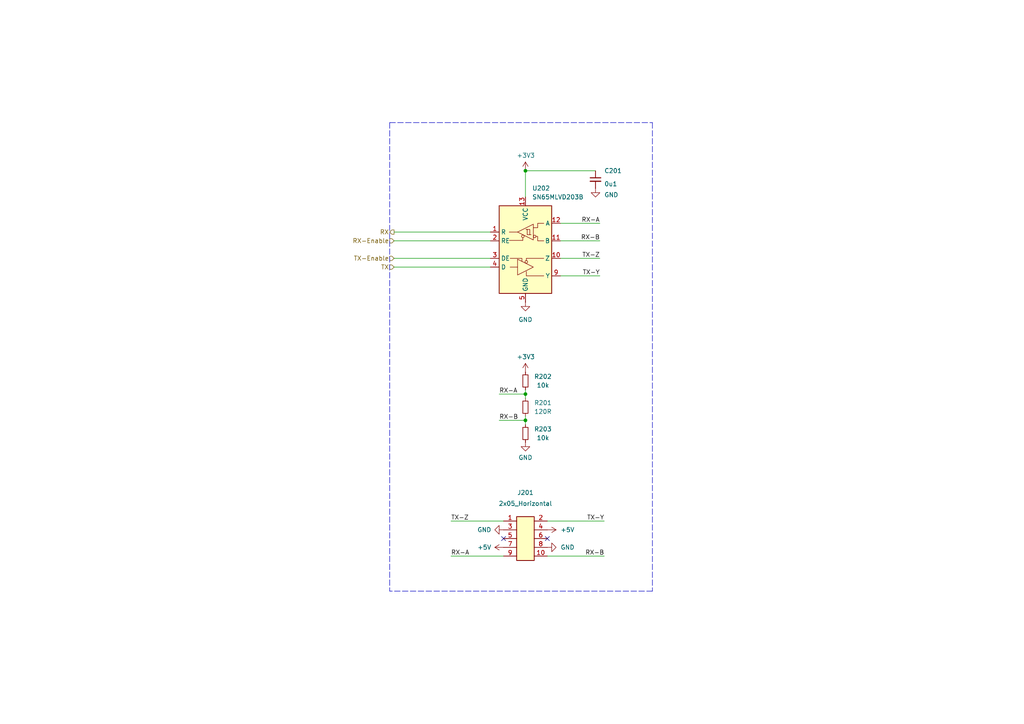
<source format=kicad_sch>
(kicad_sch (version 20231120) (generator "eeschema") (generator_version "8.0")
  (paper "A4")
  (title_block (title "V2 Link") (date "2023-08-08") (rev "2") (company "Socket"))
  (lib_symbols
    (symbol "Device:C_Small" (pin_numbers hide) (pin_names (offset 0.254) hide)
      (property "Reference" "C" (at 0.254 1.778 0))
      (property "Value" "C_Small" (at 0.254 -2.032 0))
      (symbol "C_Small_0_1"
        (polyline (pts (xy -1.524 -0.508) (xy 1.524 -0.508)) (stroke (width 0.3302)))
        (polyline (pts (xy -1.524 0.508) (xy 1.524 0.508)) (stroke (width 0.3048)))
      )
      (symbol "C_Small_1_1"
        (pin passive line (at 0 2.54 270) (length 2.032) (name "~") (number "1"))
        (pin passive line (at 0 -2.54 90) (length 2.032) (name "~") (number "2"))
      )
    )
    (symbol "Device:R_Small" (pin_numbers hide) (pin_names (offset 0.254) hide)
      (property "Reference" "R" (at 0.762 0.508 0))
      (property "Value" "R_Small" (at 0.762 -1.016 0))
      (symbol "R_Small_0_1"
        (rectangle (start -0.762 1.778) (end 0.762 -1.778) (stroke (width 0.2032)))
      )
      (symbol "R_Small_1_1"
        (pin passive line (at 0 2.54 270) (length 0.762) (name "~") (number "1"))
        (pin passive line (at 0 -2.54 90) (length 0.762) (name "~") (number "2"))
      )
    )
    (symbol "V2_Connector_Header_1.27mm:2x05_Horizontal" (pin_names hide)
      (property "Reference" "J" (at 0 12.7 0))
      (property "Value" "2x05_Horizontal" (at 1.27 10.16 0))
      (symbol "2x05_Horizontal_1_1"
        (rectangle (start -2.54 6.35) (end 2.54 -6.35) (stroke (width 0.254)) (fill (type background)))
        (pin passive line (at -6.35 5.08 0) (length 3.81) (name "Pin_1") (number "1"))
        (pin passive line (at 6.35 -5.08 180) (length 3.81) (name "Pin_10") (number "10"))
        (pin passive line (at 6.35 5.08 180) (length 3.81) (name "Pin_2") (number "2"))
        (pin passive line (at -6.35 2.54 0) (length 3.81) (name "Pin_3") (number "3"))
        (pin passive line (at 6.35 2.54 180) (length 3.81) (name "Pin_4") (number "4"))
        (pin passive line (at -6.35 0 0) (length 3.81) (name "Pin_5") (number "5"))
        (pin passive line (at 6.35 0 180) (length 3.81) (name "Pin_6") (number "6"))
        (pin passive line (at -6.35 -2.54 0) (length 3.81) (name "Pin_7") (number "7"))
        (pin passive line (at 6.35 -2.54 180) (length 3.81) (name "Pin_8") (number "8"))
        (pin passive line (at -6.35 -5.08 0) (length 3.81) (name "Pin_9") (number "9"))
      )
    )
    (symbol "V2_Interface_LVDS:SN65MLVD203B"
      (property "Reference" "U" (at -8.89 8.89 0))
      (property "Value" "SN65MLVD203B" (at 1.27 8.89 0))
      (symbol "SN65MLVD203B_0_1"
        (rectangle (start -7.62 12.7) (end 7.62 -12.7) (stroke (width 0.254)) (fill (type background)))
        (circle (center -0.7445 3.8547) (radius 0.381))
        (polyline (pts (xy -4.445 -5.08) (xy -2.286 -5.08)))
        (polyline (pts (xy -2.286 5.08) (xy -4.699 5.08)))
        (polyline (pts (xy -0.762 2.667) (xy -4.699 2.667)))
        (polyline (pts (xy -0.762 3.429) (xy -0.762 2.667)))
        (polyline (pts (xy -1.016 -3.429) (xy -1.016 -2.54) (xy -4.445 -2.54)))
        (polyline (pts (xy 1.27 4.318) (xy 1.27 5.842) (xy 0.381 5.842)))
        (polyline (pts (xy 5.334 -7.62) (xy 0.254 -7.62) (xy 0.254 -6.35)))
        (polyline (pts (xy 5.334 -2.54) (xy 0.254 -2.54) (xy 0.254 -3.175)))
        (polyline (pts (xy -2.286 -2.794) (xy -2.286 -7.366) (xy 2.286 -5.08) (xy -2.286 -2.794)))
        (polyline (pts (xy 2.286 6.35) (xy 3.556 6.35) (xy 3.556 7.62) (xy 5.334 7.62)))
        (polyline (pts (xy 2.286 7.366) (xy 2.286 2.794) (xy -2.286 5.08) (xy 2.286 7.366)))
        (polyline (pts (xy 3.048 3.81) (xy 3.556 3.81) (xy 3.556 2.54) (xy 5.334 2.54)))
        (polyline (pts (xy 1.651 4.318) (xy 0.635 4.318) (xy 0.508 4.318) (xy 0.508 5.842) (xy 0.127 5.842)))
        (circle (center 0.254 -3.556) (radius 0.381))
        (circle (center 2.667 3.81) (radius 0.381))
      )
      (symbol "SN65MLVD203B_1_1"
        (pin output line (at -10.16 5.08 0) (length 2.54) (name "R") (number "1"))
        (pin output line (at 10.16 -2.54 180) (length 2.54) (name "Z") (number "10"))
        (pin input line (at 10.16 2.54 180) (length 2.54) (name "B") (number "11"))
        (pin input line (at 10.16 7.62 180) (length 2.54) (name "A") (number "12"))
        (pin power_in line (at 0 15.24 270) (length 2.54) (name "VCC") (number "13"))
        (pin passive line (at 0 15.24 270) (length 2.54) hide (name "VCC") (number "14"))
        (pin no_connect line (at 0 -34.29 0) (length 2.54) hide (name "") (number "15"))
        (pin no_connect line (at 0 -36.83 0) (length 2.54) hide (name "") (number "16"))
        (pin passive line (at 0 -15.24 90) (length 2.54) hide (name "GND") (number "17"))
        (pin input line (at -10.16 2.54 0) (length 2.54) (name "RE") (number "2"))
        (pin input line (at -10.16 -2.54 0) (length 2.54) (name "DE") (number "3"))
        (pin input line (at -10.16 -5.08 0) (length 2.54) (name "D") (number "4"))
        (pin power_in line (at 0 -15.24 90) (length 2.54) (name "GND") (number "5"))
        (pin passive line (at 0 -15.24 90) (length 2.54) hide (name "GND") (number "6"))
        (pin no_connect line (at 0 -29.21 0) (length 2.54) hide (name "") (number "7"))
        (pin no_connect line (at 0 -31.75 0) (length 2.54) hide (name "") (number "8"))
        (pin output line (at 10.16 -7.62 180) (length 2.54) (name "Y") (number "9"))
      )
    )
    (symbol "power:+3V3" (power) (pin_numbers hide) (pin_names (offset 0) hide)
      (property "Value" "+3V3" (at 0 3.556 0))
      (symbol "+3V3_0_1"
        (polyline (pts (xy -0.762 1.27) (xy 0 2.54)))
        (polyline (pts (xy 0 0) (xy 0 2.54)))
        (polyline (pts (xy 0 2.54) (xy 0.762 1.27)))
      )
      (symbol "+3V3_1_1"
        (pin power_in line (at 0 0 90) (length 0) (name "~") (number "1"))
      )
    )
    (symbol "power:+5V" (power) (pin_numbers hide) (pin_names (offset 0) hide)
      (property "Value" "+5V" (at 0 3.556 0))
      (symbol "+5V_0_1"
        (polyline (pts (xy -0.762 1.27) (xy 0 2.54)))
        (polyline (pts (xy 0 0) (xy 0 2.54)))
        (polyline (pts (xy 0 2.54) (xy 0.762 1.27)))
      )
      (symbol "+5V_1_1"
        (pin power_in line (at 0 0 90) (length 0) (name "~") (number "1"))
      )
    )
    (symbol "power:GND" (power) (pin_numbers hide) (pin_names (offset 0) hide)
      (property "Value" "GND" (at 0 -3.81 0))
      (symbol "GND_0_1"
        (polyline (pts (xy 0 0) (xy 0 -1.27) (xy 1.27 -1.27) (xy 0 -2.54) (xy -1.27 -1.27) (xy 0 -1.27)))
      )
      (symbol "GND_1_1"
        (pin power_in line (at 0 0 270) (length 0) (name "~") (number "1"))
      )
    )
  )
  (junction (at 152.4 49.53))
  (junction (at 152.4 114.3))
  (junction (at 152.4 121.92))
  (no_connect (at 146.05 156.21))
  (no_connect (at 158.75 156.21))
  (wire (pts (xy 114.3 74.93) (xy 142.24 74.93)))
  (wire (pts (xy 152.4 114.3) (xy 152.4 115.57)))
  (wire (pts (xy 152.4 121.92) (xy 152.4 123.19)))
  (wire (pts (xy 152.4 49.53) (xy 172.72 49.53)))
  (wire (pts (xy 152.4 113.03) (xy 152.4 114.3)))
  (wire (pts (xy 146.05 161.29) (xy 130.81 161.29)))
  (polyline (pts (xy 113.03 35.56) (xy 113.03 171.45)) (stroke (width 0) (type dash)))
  (wire (pts (xy 158.75 161.29) (xy 175.26 161.29)))
  (wire (pts (xy 152.4 120.65) (xy 152.4 121.92)))
  (polyline (pts (xy 113.03 35.56) (xy 189.23 35.56)) (stroke (width 0) (type dash)))
  (wire (pts (xy 114.3 67.31) (xy 142.24 67.31)))
  (wire (pts (xy 162.56 80.01) (xy 173.99 80.01)))
  (wire (pts (xy 152.4 121.92) (xy 144.78 121.92)))
  (wire (pts (xy 114.3 69.85) (xy 142.24 69.85)))
  (wire (pts (xy 146.05 151.13) (xy 130.81 151.13)))
  (wire (pts (xy 162.56 69.85) (xy 173.99 69.85)))
  (wire (pts (xy 158.75 151.13) (xy 175.26 151.13)))
  (wire (pts (xy 162.56 74.93) (xy 173.99 74.93)))
  (wire (pts (xy 152.4 49.53) (xy 152.4 57.15)))
  (polyline (pts (xy 189.23 35.56) (xy 189.23 171.45)) (stroke (width 0) (type dash)))
  (wire (pts (xy 162.56 64.77) (xy 173.99 64.77)))
  (polyline (pts (xy 189.23 171.45) (xy 113.03 171.45)) (stroke (width 0) (type dash)))
  (wire (pts (xy 114.3 77.47) (xy 142.24 77.47)))
  (wire (pts (xy 144.78 114.3) (xy 152.4 114.3)))
  (label "RX-A" (at 130.81 161.29 0))
  (label "RX-B" (at 175.26 161.29 180))
  (label "RX-B" (at 144.78 121.92 0))
  (label "RX-A" (at 144.78 114.3 0))
  (label "TX-Y" (at 173.99 80.01 180))
  (label "TX-Y" (at 175.26 151.13 180))
  (label "RX-A" (at 173.99 64.77 180))
  (label "RX-B" (at 173.99 69.85 180))
  (label "TX-Z" (at 130.81 151.13 0))
  (label "TX-Z" (at 173.99 74.93 180))
  (hierarchical_label "RX-Enable" (shape input) (at 114.3 69.85 180))
  (hierarchical_label "TX" (shape input) (at 114.3 77.47 180))
  (hierarchical_label "TX-Enable" (shape input) (at 114.3 74.93 180))
  (hierarchical_label "RX" (shape output) (at 114.3 67.31 180))
  (symbol (lib_id "power:+3V3") (at 152.4 49.53 0) (unit 1)
    (property "Reference" "#PWR0203" (effects (hide yes)))
    (property "Value" "+3V3" (at 149.86 45.085 0) (effects (justify left)))
  )
  (symbol (lib_id "power:+3V3") (at 152.4 107.95 0) (unit 1)
    (property "Reference" "#PWR0209" (effects (hide yes)))
    (property "Value" "+3V3" (at 149.86 103.505 0) (effects (justify left)))
  )
  (symbol (lib_id "power:GND") (at 152.4 128.27 0) (unit 1)
    (property "Reference" "#PWR0208" (effects (hide yes)))
    (property "Value" "GND" (at 152.4 132.715 0))
  )
  (symbol (lib_id "power:GND") (at 152.4 87.63 0) (unit 1)
    (property "Reference" "#PWR0204" (effects (hide yes)))
    (property "Value" "GND" (at 152.4 92.71 0))
  )
  (symbol (lib_id "power:GND") (at 172.72 54.61 0) (unit 1)
    (property "Reference" "#PWR0207" (effects (hide yes)))
    (property "Value" "GND" (at 175.26 56.515 0) (effects (justify left)))
  )
  (symbol (lib_id "V2_Interface_LVDS:SN65MLVD203B") (at 152.4 72.39 0) (unit 1)
    (property "Reference" "U202" (at 154.3559 54.61 0) (effects (justify left)))
    (property "Value" "SN65MLVD203B" (at 154.3559 57.15 0) (effects (justify left)))
    (property "Footprint" "V2_Package_DFN_QFN:WQFN-16-1EP_4x4mm_P0.65mm_EP2.7x2.7mm_ThermalVias" (effects (hide yes)))
  )
  (symbol (lib_id "Device:R_Small") (at 152.4 118.11 0) (unit 1)
    (property "Reference" "R201" (at 157.48 116.84 0))
    (property "Value" "120R" (at 157.48 119.38 0))
    (property "Footprint" "Resistor_SMD:R_0603_1608Metric" (effects (hide yes)))
  )
  (symbol (lib_id "power:GND") (at 146.05 153.67 270) (unit 1)
    (property "Reference" "#PWR0201" (effects (hide yes)))
    (property "Value" "GND" (at 138.43 153.6699 90) (effects (justify left)))
  )
  (symbol (lib_id "V2_Connector_Header_1.27mm:2x05_Horizontal") (at 152.4 156.21 0) (unit 1)
    (property "Reference" "J201" (at 152.4 142.875 0))
    (property "Value" "2x05_Horizontal" (at 152.4 146.05 0))
    (property "Footprint" "V2_Connector_Header_1.27mm:PinHeader_2x05_P1.27mm_Horizontal" (effects (hide yes)))
    (property "Sim.Enable" "0" (effects (hide yes)))
  )
  (symbol (lib_id "Device:C_Small") (at 172.72 52.07 0) (unit 1)
    (property "Reference" "C201" (at 175.26 49.5362 0) (effects (justify left)))
    (property "Value" "0u1" (at 175.26 53.3462 0) (effects (justify left)))
    (property "Footprint" "Capacitor_SMD:C_0603_1608Metric" (effects (hide yes)))
  )
  (symbol (lib_id "Device:R_Small") (at 152.4 125.73 0) (unit 1)
    (property "Reference" "R203" (at 157.48 124.46 0))
    (property "Value" "10k" (at 157.48 127 0))
    (property "Footprint" "Resistor_SMD:R_0603_1608Metric" (effects (hide yes)))
  )
  (symbol (lib_id "power:GND") (at 158.75 158.75 90) (unit 1)
    (property "Reference" "#PWR0206" (effects (hide yes)))
    (property "Value" "GND" (at 162.56 158.75 90) (effects (justify right)))
  )
  (symbol (lib_id "power:+5V") (at 146.05 158.75 90) (unit 1)
    (property "Reference" "#PWR0202" (effects (hide yes)))
    (property "Value" "+5V" (at 138.43 158.75 90) (effects (justify right)))
  )
  (symbol (lib_id "power:+5V") (at 158.75 153.67 270) (unit 1)
    (property "Reference" "#PWR0205" (effects (hide yes)))
    (property "Value" "+5V" (at 162.56 153.67 90) (effects (justify left)))
  )
  (symbol (lib_id "Device:R_Small") (at 152.4 110.49 0) (unit 1)
    (property "Reference" "R202" (at 157.48 109.22 0))
    (property "Value" "10k" (at 157.48 111.76 0))
    (property "Footprint" "Resistor_SMD:R_0603_1608Metric" (effects (hide yes)))
  )
)
</source>
